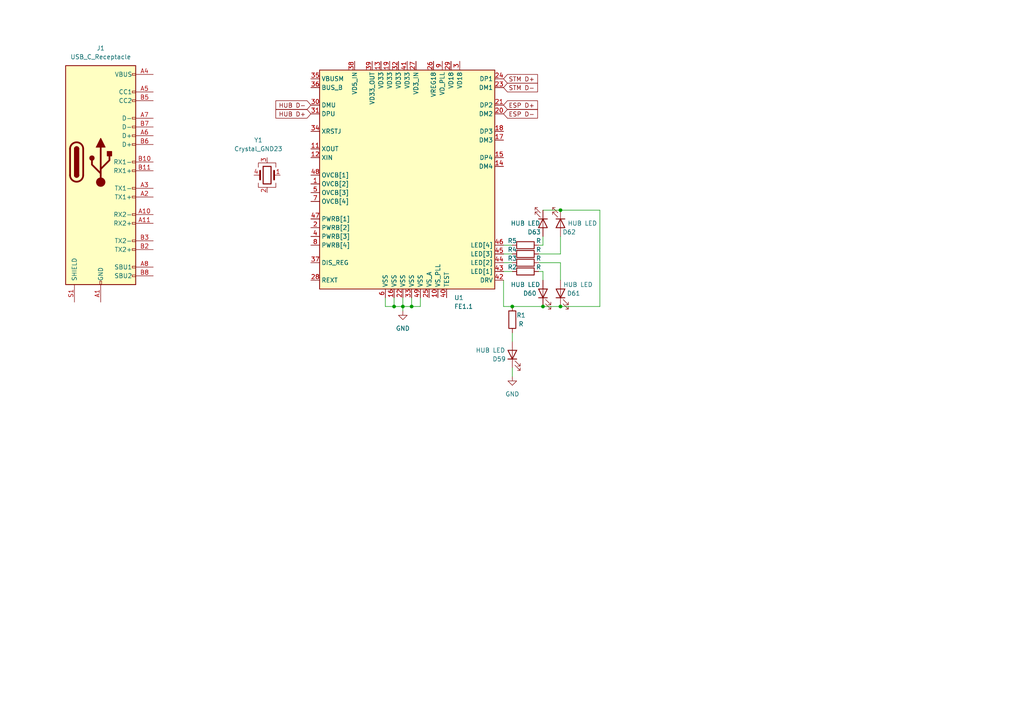
<source format=kicad_sch>
(kicad_sch (version 20230121) (generator eeschema)
  (paper "A4")
  (lib_symbols
    (symbol "Connector:USB_C_Receptacle" (pin_names (offset 1.016))
      (property "Reference" "J" (at -10.16 29.21 0))
      (property "Value" "USB_C_Receptacle" (at 10.16 29.21 0))
      (symbol "USB_C_Receptacle_0_0"
        (rectangle (start -0.254 -35.56) (end 0.254 -34.544))
        (rectangle (start 10.16 -32.766) (end 9.144 -33.274))
        (rectangle (start 10.16 -30.226) (end 9.144 -30.734))
        (rectangle (start 10.16 -25.146) (end 9.144 -25.654))
        (rectangle (start 10.16 -22.606) (end 9.144 -23.114))
        (rectangle (start 10.16 -17.526) (end 9.144 -18.034))
        (rectangle (start 10.16 -14.986) (end 9.144 -15.494))
        (rectangle (start 10.16 -9.906) (end 9.144 -10.414))
        (rectangle (start 10.16 -7.366) (end 9.144 -7.874))
        (rectangle (start 10.16 -2.286) (end 9.144 -2.794))
        (rectangle (start 10.16 0.254) (end 9.144 -0.254))
        (rectangle (start 10.16 5.334) (end 9.144 4.826))
        (rectangle (start 10.16 7.874) (end 9.144 7.366))
        (rectangle (start 10.16 10.414) (end 9.144 9.906))
        (rectangle (start 10.16 12.954) (end 9.144 12.446))
        (rectangle (start 10.16 18.034) (end 9.144 17.526))
        (rectangle (start 10.16 20.574) (end 9.144 20.066))
        (rectangle (start 10.16 25.654) (end 9.144 25.146))
      )
      (symbol "USB_C_Receptacle_0_1"
        (rectangle (start -10.16 27.94) (end 10.16 -35.56) (stroke (width 0.254)) (fill (type background)))
        (arc (start -8.89 -3.81) (mid -6.985 -5.7067) (end -5.08 -3.81) (stroke (width 0.508)))
        (arc (start -7.62 -3.81) (mid -6.985 -4.4423) (end -6.35 -3.81) (stroke (width 0.254)))
        (arc (start -7.62 -3.81) (mid -6.985 -4.4423) (end -6.35 -3.81) (stroke (width 0.254)) (fill (type outline)))
        (rectangle (start -7.62 -3.81) (end -6.35 3.81) (stroke (width 0.254)) (fill (type outline)))
        (arc (start -6.35 3.81) (mid -6.985 4.4423) (end -7.62 3.81) (stroke (width 0.254)))
        (arc (start -6.35 3.81) (mid -6.985 4.4423) (end -7.62 3.81) (stroke (width 0.254)) (fill (type outline)))
        (arc (start -5.08 3.81) (mid -6.985 5.7067) (end -8.89 3.81) (stroke (width 0.508)))
        (polyline (pts (xy -8.89 -3.81) (xy -8.89 3.81)) (stroke (width 0.508)))
        (polyline (pts (xy -5.08 3.81) (xy -5.08 -3.81)) (stroke (width 0.508)))
      )
      (symbol "USB_C_Receptacle_1_1"
        (circle (center -2.54 1.143) (radius 0.635) (stroke (width 0.254)) (fill (type outline)))
        (circle (center 0 -5.842) (radius 1.27) (fill (type outline)))
        (polyline (pts (xy 0 -5.842) (xy 0 4.318)) (stroke (width 0.508)))
        (polyline (pts (xy 0 -3.302) (xy -2.54 -0.762) (xy -2.54 0.508)) (stroke (width 0.508)))
        (polyline (pts (xy 0 -2.032) (xy 2.54 0.508) (xy 2.54 1.778)) (stroke (width 0.508)))
        (polyline (pts (xy -1.27 4.318) (xy 0 6.858) (xy 1.27 4.318) (xy -1.27 4.318)) (stroke (width 0.254)) (fill (type outline)))
        (rectangle (start 1.905 1.778) (end 3.175 3.048) (stroke (width 0.254)) (fill (type outline)))
        (pin passive line (at 0 -40.64 90) (length 5.08) (name "GND") (number "A1"))
        (pin bidirectional line (at 15.24 -15.24 180) (length 5.08) (name "RX2-") (number "A10"))
        (pin bidirectional line (at 15.24 -17.78 180) (length 5.08) (name "RX2+") (number "A11"))
        (pin passive line (at 0 -40.64 90) (length 5.08) hide (name "GND") (number "A12"))
        (pin bidirectional line (at 15.24 -10.16 180) (length 5.08) (name "TX1+") (number "A2"))
        (pin bidirectional line (at 15.24 -7.62 180) (length 5.08) (name "TX1-") (number "A3"))
        (pin passive line (at 15.24 25.4 180) (length 5.08) (name "VBUS") (number "A4"))
        (pin bidirectional line (at 15.24 20.32 180) (length 5.08) (name "CC1") (number "A5"))
        (pin bidirectional line (at 15.24 7.62 180) (length 5.08) (name "D+") (number "A6"))
        (pin bidirectional line (at 15.24 12.7 180) (length 5.08) (name "D-") (number "A7"))
        (pin bidirectional line (at 15.24 -30.48 180) (length 5.08) (name "SBU1") (number "A8"))
        (pin passive line (at 15.24 25.4 180) (length 5.08) hide (name "VBUS") (number "A9"))
        (pin passive line (at 0 -40.64 90) (length 5.08) hide (name "GND") (number "B1"))
        (pin bidirectional line (at 15.24 0 180) (length 5.08) (name "RX1-") (number "B10"))
        (pin bidirectional line (at 15.24 -2.54 180) (length 5.08) (name "RX1+") (number "B11"))
        (pin passive line (at 0 -40.64 90) (length 5.08) hide (name "GND") (number "B12"))
        (pin bidirectional line (at 15.24 -25.4 180) (length 5.08) (name "TX2+") (number "B2"))
        (pin bidirectional line (at 15.24 -22.86 180) (length 5.08) (name "TX2-") (number "B3"))
        (pin passive line (at 15.24 25.4 180) (length 5.08) hide (name "VBUS") (number "B4"))
        (pin bidirectional line (at 15.24 17.78 180) (length 5.08) (name "CC2") (number "B5"))
        (pin bidirectional line (at 15.24 5.08 180) (length 5.08) (name "D+") (number "B6"))
        (pin bidirectional line (at 15.24 10.16 180) (length 5.08) (name "D-") (number "B7"))
        (pin bidirectional line (at 15.24 -33.02 180) (length 5.08) (name "SBU2") (number "B8"))
        (pin passive line (at 15.24 25.4 180) (length 5.08) hide (name "VBUS") (number "B9"))
        (pin passive line (at -7.62 -40.64 90) (length 5.08) (name "SHIELD") (number "S1"))
      )
    )
    (symbol "Device:Crystal_GND23" (pin_names (offset 1.016) hide)
      (property "Reference" "Y" (at 3.175 5.08 0))
      (property "Value" "Crystal_GND23" (at 3.175 3.175 0))
      (symbol "Crystal_GND23_0_1"
        (rectangle (start -1.143 2.54) (end 1.143 -2.54) (stroke (width 0.3048)))
        (polyline (pts (xy -2.54 0) (xy -2.032 0)))
        (polyline (pts (xy -2.032 -1.27) (xy -2.032 1.27)) (stroke (width 0.508)))
        (polyline (pts (xy 0 -3.81) (xy 0 -3.556)))
        (polyline (pts (xy 0 3.556) (xy 0 3.81)))
        (polyline (pts (xy 2.032 -1.27) (xy 2.032 1.27)) (stroke (width 0.508)))
        (polyline (pts (xy 2.032 0) (xy 2.54 0)))
        (polyline (pts (xy -2.54 -2.286) (xy -2.54 -3.556) (xy 2.54 -3.556) (xy 2.54 -2.286)))
        (polyline (pts (xy -2.54 2.286) (xy -2.54 3.556) (xy 2.54 3.556) (xy 2.54 2.286)))
      )
      (symbol "Crystal_GND23_1_1"
        (pin passive line (at -3.81 0 0) (length 1.27) (name "1") (number "1"))
        (pin passive line (at 0 5.08 270) (length 1.27) (name "2") (number "2"))
        (pin passive line (at 0 -5.08 90) (length 1.27) (name "3") (number "3"))
        (pin passive line (at 3.81 0 180) (length 1.27) (name "4") (number "4"))
      )
    )
    (symbol "Device:LED" (pin_numbers hide) (pin_names (offset 1.016) hide)
      (property "Reference" "D" (at 0 2.54 0))
      (property "Value" "LED" (at 0 -2.54 0))
      (symbol "LED_0_1"
        (polyline (pts (xy -1.27 -1.27) (xy -1.27 1.27)) (stroke (width 0.254)))
        (polyline (pts (xy -1.27 0) (xy 1.27 0)))
        (polyline (pts (xy 1.27 -1.27) (xy 1.27 1.27) (xy -1.27 0) (xy 1.27 -1.27)) (stroke (width 0.254)))
        (polyline (pts (xy -3.048 -0.762) (xy -4.572 -2.286) (xy -3.81 -2.286) (xy -4.572 -2.286) (xy -4.572 -1.524)))
        (polyline (pts (xy -1.778 -0.762) (xy -3.302 -2.286) (xy -2.54 -2.286) (xy -3.302 -2.286) (xy -3.302 -1.524)))
      )
      (symbol "LED_1_1"
        (pin passive line (at -3.81 0 0) (length 2.54) (name "K") (number "1"))
        (pin passive line (at 3.81 0 180) (length 2.54) (name "A") (number "2"))
      )
    )
    (symbol "Device:R" (pin_numbers hide) (pin_names (offset 0))
      (property "Reference" "R" (at 2.032 0 90))
      (property "Value" "R" (at 0 0 90))
      (symbol "R_0_1"
        (rectangle (start -1.016 -2.54) (end 1.016 2.54) (stroke (width 0.254)))
      )
      (symbol "R_1_1"
        (pin passive line (at 0 3.81 270) (length 1.27) (name "~") (number "1"))
        (pin passive line (at 0 -3.81 90) (length 1.27) (name "~") (number "2"))
      )
    )
    (symbol "PCM_marbastlib-various:FE1.1"
      (property "Reference" "U6" (at 24.13 -6.35 0))
      (property "Value" "FE1.1" (at 24.13 -8.89 0))
      (symbol "FE1.1_0_0"
        (pin input line (at -30.48 -2.54 0) (length 2.54) (name "OVCB[2]") (number "1"))
        (pin power_in line (at 6.35 -35.56 90) (length 2.54) (name "VS_PLL") (number "10"))
        (pin output line (at -30.48 7.62 0) (length 2.54) (name "XOUT") (number "11"))
        (pin input line (at -30.48 5.08 0) (length 2.54) (name "XIN") (number "12"))
        (pin power_in line (at -10.16 33.02 270) (length 2.54) (name "VD33") (number "13"))
        (pin bidirectional line (at 25.4 2.54 180) (length 2.54) (name "DM4") (number "14"))
        (pin bidirectional line (at 25.4 5.08 180) (length 2.54) (name "DP4") (number "15"))
        (pin power_in line (at -6.35 -35.56 90) (length 2.54) (name "VSS") (number "16"))
        (pin bidirectional line (at 25.4 10.16 180) (length 2.54) (name "DM3") (number "17"))
        (pin bidirectional line (at 25.4 12.7 180) (length 2.54) (name "DP3") (number "18"))
        (pin power_in line (at -7.62 33.02 270) (length 2.54) (name "VD33") (number "19"))
        (pin output line (at -30.48 -15.24 0) (length 2.54) (name "PWRB[2]") (number "2"))
        (pin bidirectional line (at 25.4 17.78 180) (length 2.54) (name "DM2") (number "20"))
        (pin bidirectional line (at 25.4 20.32 180) (length 2.54) (name "DP2") (number "21"))
        (pin power_in line (at -3.81 -35.56 90) (length 2.54) (name "VSS") (number "22"))
        (pin bidirectional line (at 25.4 25.4 180) (length 2.54) (name "DM1") (number "23"))
        (pin bidirectional line (at 25.4 27.94 180) (length 2.54) (name "DP1") (number "24"))
        (pin power_in line (at 3.81 -35.56 90) (length 2.54) (name "VS_A") (number "25"))
        (pin power_out line (at 5.08 33.02 270) (length 2.54) (name "VREG18") (number "26"))
        (pin power_in line (at 0 33.02 270) (length 2.54) (name "VD3_IN") (number "27"))
        (pin input line (at -30.48 -30.48 0) (length 2.54) (name "REXT") (number "28"))
        (pin power_in line (at 10.16 33.02 270) (length 2.54) (name "VD18") (number "29"))
        (pin power_in line (at 12.7 33.02 270) (length 2.54) (name "VD18") (number "3"))
        (pin bidirectional line (at -30.48 20.32 0) (length 2.54) (name "DMU") (number "30"))
        (pin bidirectional line (at -30.48 17.78 0) (length 2.54) (name "DPU") (number "31"))
        (pin power_in line (at -5.08 33.02 270) (length 2.54) (name "VD33") (number "32"))
        (pin power_in line (at -1.27 -35.56 90) (length 2.54) (name "VSS") (number "33"))
        (pin input line (at -30.48 12.7 0) (length 2.54) (name "XRSTJ") (number "34"))
        (pin input line (at -30.48 27.94 0) (length 2.54) (name "VBUSM") (number "35"))
        (pin input line (at -30.48 25.4 0) (length 2.54) (name "BUS_B") (number "36"))
        (pin input line (at -30.48 -25.4 0) (length 2.54) (name "DIS_REG") (number "37"))
        (pin power_in line (at -17.78 33.02 270) (length 2.54) (name "VD5_IN") (number "38"))
        (pin power_out line (at -12.7 33.02 270) (length 2.54) (name "VD33_OUT") (number "39"))
        (pin output line (at -30.48 -17.78 0) (length 2.54) (name "PWRB[3]") (number "4"))
        (pin input line (at 8.89 -35.56 90) (length 2.54) (name "TEST") (number "40"))
        (pin power_in line (at -2.54 33.02 270) (length 2.54) (name "VD33") (number "41"))
        (pin bidirectional line (at 25.4 -30.48 180) (length 2.54) (name "DRV") (number "42"))
        (pin bidirectional line (at 25.4 -27.94 180) (length 2.54) (name "LED[1]") (number "43"))
        (pin bidirectional line (at 25.4 -25.4 180) (length 2.54) (name "LED[2]") (number "44"))
        (pin bidirectional line (at 25.4 -22.86 180) (length 2.54) (name "LED[3]") (number "45"))
        (pin bidirectional line (at 25.4 -20.32 180) (length 2.54) (name "LED[4]") (number "46"))
        (pin output line (at -30.48 -12.7 0) (length 2.54) (name "PWRB[1]") (number "47"))
        (pin input line (at -30.48 0 0) (length 2.54) (name "OVCB[1]") (number "48"))
        (pin power_in line (at 1.27 -35.56 90) (length 2.54) (name "VSS") (number "49"))
        (pin input line (at -30.48 -5.08 0) (length 2.54) (name "OVCB[3]") (number "5"))
        (pin power_in line (at -8.89 -35.56 90) (length 2.54) (name "VSS") (number "6"))
        (pin input line (at -30.48 -7.62 0) (length 2.54) (name "OVCB[4]") (number "7"))
        (pin output line (at -30.48 -20.32 0) (length 2.54) (name "PWRB[4]") (number "8"))
      )
      (symbol "FE1.1_0_1"
        (rectangle (start -27.94 30.48) (end 22.86 -33.02) (stroke (width 0.254)) (fill (type background)))
      )
      (symbol "FE1.1_1_0"
        (pin power_in line (at 7.62 33.02 270) (length 2.54) (name "VD_PLL") (number "9"))
      )
    )
    (symbol "power:GND" (power) (pin_names (offset 0))
      (property "Value" "GND" (at 0 -3.81 0))
      (symbol "GND_0_1"
        (polyline (pts (xy 0 0) (xy 0 -1.27) (xy 1.27 -1.27) (xy 0 -2.54) (xy -1.27 -1.27) (xy 0 -1.27)))
      )
      (symbol "GND_1_1"
        (pin power_in line (at 0 0 270) (length 0) hide (name "GND") (number "1"))
      )
    )
  )
  (junction (at 148.59 88.9))
  (junction (at 116.84 88.9))
  (junction (at 162.56 60.96))
  (junction (at 119.38 88.9))
  (junction (at 162.56 88.9))
  (junction (at 114.3 88.9))
  (junction (at 157.48 88.9))
  (wire (pts (xy 116.84 88.9) (xy 119.38 88.9)))
  (wire (pts (xy 162.56 73.66) (xy 162.56 68.58)))
  (wire (pts (xy 111.76 88.9) (xy 111.76 86.36)))
  (wire (pts (xy 119.38 88.9) (xy 121.92 88.9)))
  (wire (pts (xy 119.38 88.9) (xy 119.38 86.36)))
  (wire (pts (xy 156.21 73.66) (xy 162.56 73.66)))
  (wire (pts (xy 162.56 88.9) (xy 157.48 88.9)))
  (wire (pts (xy 146.05 76.2) (xy 148.59 76.2)))
  (wire (pts (xy 148.59 88.9) (xy 157.48 88.9)))
  (wire (pts (xy 157.48 71.12) (xy 157.48 68.58)))
  (wire (pts (xy 162.56 81.28) (xy 162.56 76.2)))
  (wire (pts (xy 111.76 88.9) (xy 114.3 88.9)))
  (wire (pts (xy 146.05 71.12) (xy 148.59 71.12)))
  (wire (pts (xy 173.99 88.9) (xy 162.56 88.9)))
  (wire (pts (xy 148.59 106.68) (xy 148.59 109.22)))
  (wire (pts (xy 157.48 71.12) (xy 156.21 71.12)))
  (wire (pts (xy 121.92 88.9) (xy 121.92 86.36)))
  (wire (pts (xy 146.05 81.28) (xy 146.05 88.9)))
  (wire (pts (xy 116.84 88.9) (xy 116.84 86.36)))
  (wire (pts (xy 114.3 88.9) (xy 114.3 86.36)))
  (wire (pts (xy 114.3 88.9) (xy 116.84 88.9)))
  (wire (pts (xy 116.84 90.17) (xy 116.84 88.9)))
  (wire (pts (xy 156.21 78.74) (xy 157.48 78.74)))
  (wire (pts (xy 157.48 60.96) (xy 162.56 60.96)))
  (wire (pts (xy 148.59 96.52) (xy 148.59 99.06)))
  (wire (pts (xy 157.48 78.74) (xy 157.48 81.28)))
  (wire (pts (xy 146.05 73.66) (xy 148.59 73.66)))
  (wire (pts (xy 162.56 60.96) (xy 173.99 60.96)))
  (wire (pts (xy 173.99 60.96) (xy 173.99 88.9)))
  (wire (pts (xy 146.05 88.9) (xy 148.59 88.9)))
  (wire (pts (xy 146.05 78.74) (xy 148.59 78.74)))
  (wire (pts (xy 156.21 76.2) (xy 162.56 76.2)))
  (global_label "STM D-" (shape input) (at 146.05 25.4 0) (property "Intersheetrefs" "${INTERSHEET_REFS}" (effects hide)))
  (global_label "HUB D+" (shape input) (at 90.17 33.02 180) (property "Intersheetrefs" "${INTERSHEET_REFS}" (effects hide)))
  (global_label "ESP D-" (shape input) (at 146.05 33.02 0) (property "Intersheetrefs" "${INTERSHEET_REFS}" (effects hide)))
  (global_label "STM D+" (shape input) (at 146.05 22.86 0) (property "Intersheetrefs" "${INTERSHEET_REFS}" (effects hide)))
  (global_label "HUB D-" (shape input) (at 90.17 30.48 180) (property "Intersheetrefs" "${INTERSHEET_REFS}" (effects hide)))
  (global_label "ESP D+" (shape input) (at 146.05 30.48 0) (property "Intersheetrefs" "${INTERSHEET_REFS}" (effects hide)))
  (symbol (lib_id "Device:Crystal_GND23") (at 77.47 50.8 180) (unit 1)
    (property "Reference" "Y1" (at 74.93 40.64 0))
    (property "Value" "Crystal_GND23" (at 74.93 43.18 0))
  )
  (symbol (lib_id "Device:R") (at 152.4 73.66 90) (unit 1)
    (property "Reference" "R4" (at 148.59 72.39 90))
    (property "Value" "R" (at 156.21 72.39 90))
  )
  (symbol (lib_id "Device:R") (at 152.4 78.74 90) (unit 1)
    (property "Reference" "R2" (at 148.59 77.47 90))
    (property "Value" "R" (at 156.21 77.47 90))
  )
  (symbol (lib_id "Device:LED") (at 148.59 102.87 90) (unit 1)
    (property "Reference" "D59" (at 144.78 104.14 90))
    (property "Value" "HUB LED" (at 142.24 101.6 90))
  )
  (symbol (lib_id "PCM_marbastlib-various:FE1.1") (at 120.65 50.8 0) (unit 1)
    (property "Reference" "U1" (at 131.7341 86.36 0) (effects (justify left)))
    (property "Value" "FE1.1" (at 131.7341 88.9 0) (effects (justify left)))
    (property "Footprint" "Package_QFP:LQFP-48_7x7mm_P0.5mm" (effects hide))
    (property "Datasheet" "https://elinux.org/images/e/ee/FE11-datasheet.pdf" (effects hide))
  )
  (symbol (lib_id "Device:LED") (at 162.56 64.77 270) (unit 1)
    (property "Reference" "D62" (at 165.1 67.31 90))
    (property "Value" "HUB LED" (at 168.91 64.77 90))
  )
  (symbol (lib_id "Device:LED") (at 157.48 85.09 90) (unit 1)
    (property "Reference" "D60" (at 153.67 85.09 90))
    (property "Value" "HUB LED" (at 152.4 82.55 90))
  )
  (symbol (lib_id "Device:LED") (at 162.56 85.09 90) (unit 1)
    (property "Reference" "D61" (at 166.37 85.09 90))
    (property "Value" "HUB LED" (at 167.64 82.55 90))
  )
  (symbol (lib_id "power:GND") (at 148.59 109.22 0) (unit 1)
    (property "Reference" "#PWR022" (effects hide))
    (property "Value" "GND" (at 148.59 114.3 0))
  )
  (symbol (lib_id "Device:LED") (at 157.48 64.77 270) (unit 1)
    (property "Reference" "D63" (at 154.94 67.31 90))
    (property "Value" "HUB LED" (at 152.4 64.77 90))
  )
  (symbol (lib_id "Device:R") (at 152.4 76.2 90) (unit 1)
    (property "Reference" "R3" (at 148.59 74.93 90))
    (property "Value" "R" (at 156.21 74.93 90))
  )
  (symbol (lib_id "Device:R") (at 152.4 71.12 90) (unit 1)
    (property "Reference" "R5" (at 148.59 69.85 90))
    (property "Value" "R" (at 156.21 69.85 90))
  )
  (symbol (lib_id "Device:R") (at 148.59 92.71 0) (unit 1)
    (property "Reference" "R1" (at 151.13 91.44 0))
    (property "Value" "R" (at 151.13 93.98 0))
  )
  (symbol (lib_id "power:GND") (at 116.84 90.17 0) (unit 1)
    (property "Reference" "#PWR021" (effects hide))
    (property "Value" "GND" (at 116.84 95.25 0))
  )
  (symbol (lib_id "Connector:USB_C_Receptacle") (at 29.21 46.99 0) (unit 1)
    (property "Reference" "J1" (at 29.21 13.97 0))
    (property "Value" "USB_C_Receptacle" (at 29.21 16.51 0))
    (property "Datasheet" "https://www.usb.org/sites/default/files/documents/usb_type-c.zip" (effects hide))
  )
)
</source>
